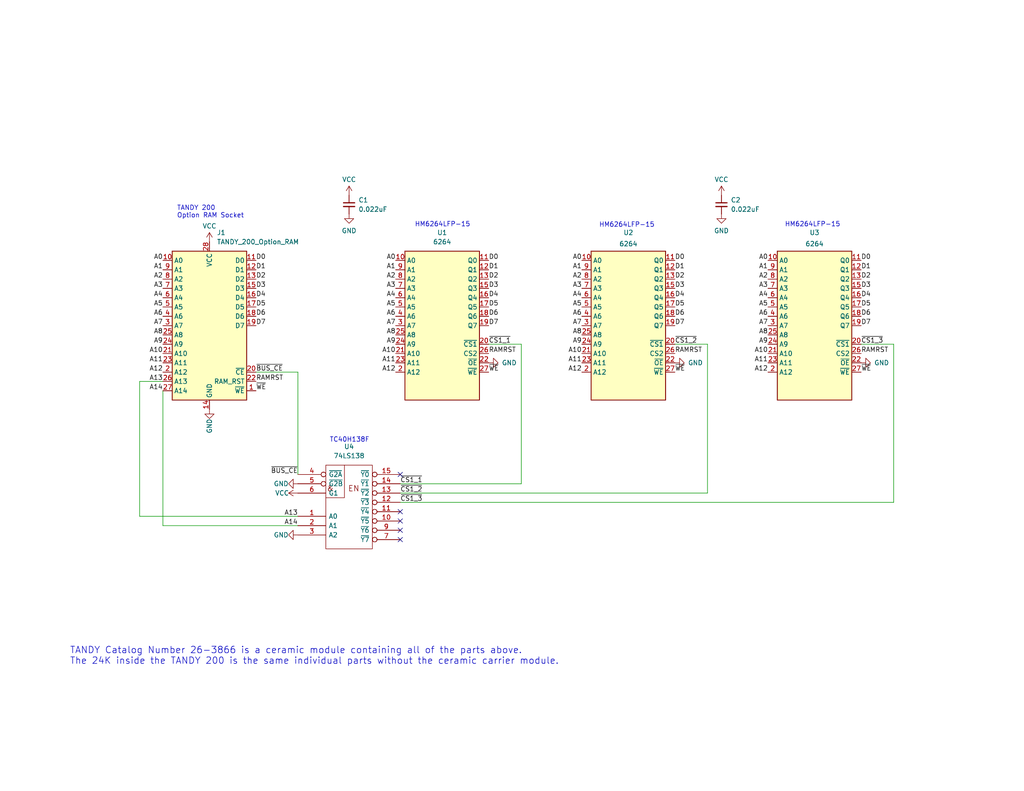
<source format=kicad_sch>
(kicad_sch (version 20211123) (generator eeschema)
  (paper "USLetter")
  (title_block (title "TANDY 26-3866 - 24K SRAM for TANDY 200") (date "2022-09-15") (rev "001") (company "b.kenyon.w@gmail.com") (comment 1 "Redrawn from TANDY 200 26-3860 Service Manual, Figure 7-3"))
  (lib_symbols
    (symbol "000_LOCAL:6264"
      (property "Reference" "U" (at -10.16 20.955 0))
      (property "Value" "6264" (at 2.54 20.955 0))
      (symbol "6264_0_0"
        (pin power_in line (at 0 -20.32 90) (length 0) hide (name "GND") (number "14"))
        (pin power_in line (at 0 20.32 270) (length 0) hide (name "VCC") (number "28"))
      )
      (symbol "6264_0_1"
        (rectangle (start -10.16 20.32) (end 10.16 -20.32) (stroke (width 0.254)) (fill (type background)))
      )
      (symbol "6264_1_1"
        (pin no_connect non_logic (at -10.16 -15.24 0) (length 0) hide (name "NC") (number "1"))
        (pin input line (at -12.7 17.78 0) (length 2.54) (name "A0") (number "10"))
        (pin tri_state line (at 12.7 17.78 180) (length 2.54) (name "Q0") (number "11"))
        (pin tri_state line (at 12.7 15.24 180) (length 2.54) (name "Q1") (number "12"))
        (pin tri_state line (at 12.7 12.7 180) (length 2.54) (name "Q2") (number "13"))
        (pin tri_state line (at 12.7 10.16 180) (length 2.54) (name "Q3") (number "15"))
        (pin tri_state line (at 12.7 7.62 180) (length 2.54) (name "Q4") (number "16"))
        (pin tri_state line (at 12.7 5.08 180) (length 2.54) (name "Q5") (number "17"))
        (pin tri_state line (at 12.7 2.54 180) (length 2.54) (name "Q6") (number "18"))
        (pin tri_state line (at 12.7 0 180) (length 2.54) (name "Q7") (number "19"))
        (pin input line (at -12.7 -12.7 0) (length 2.54) (name "A12") (number "2"))
        (pin input line (at 12.7 -5.08 180) (length 2.54) (name "~{CS1}") (number "20"))
        (pin input line (at -12.7 -7.62 0) (length 2.54) (name "A10") (number "21"))
        (pin input line (at 12.7 -10.16 180) (length 2.54) (name "~{OE}") (number "22"))
        (pin input line (at -12.7 -10.16 0) (length 2.54) (name "A11") (number "23"))
        (pin input line (at -12.7 -5.08 0) (length 2.54) (name "A9") (number "24"))
        (pin input line (at -12.7 -2.54 0) (length 2.54) (name "A8") (number "25"))
        (pin input line (at 12.7 -7.62 180) (length 2.54) (name "CS2") (number "26"))
        (pin input line (at 12.7 -12.7 180) (length 2.54) (name "~{WE}") (number "27"))
        (pin input line (at -12.7 0 0) (length 2.54) (name "A7") (number "3"))
        (pin input line (at -12.7 2.54 0) (length 2.54) (name "A6") (number "4"))
        (pin input line (at -12.7 5.08 0) (length 2.54) (name "A5") (number "5"))
        (pin input line (at -12.7 7.62 0) (length 2.54) (name "A4") (number "6"))
        (pin input line (at -12.7 10.16 0) (length 2.54) (name "A3") (number "7"))
        (pin input line (at -12.7 12.7 0) (length 2.54) (name "A2") (number "8"))
        (pin input line (at -12.7 15.24 0) (length 2.54) (name "A1") (number "9"))
      )
    )
    (symbol "000_LOCAL:74LS138" (pin_names (offset 0.762))
      (property "Reference" "U" (at 3.81 8.89 0))
      (property "Value" "74LS138" (at 8.89 -16.51 0))
      (symbol "74LS138_0_0"
        (polyline (pts (xy -1.27 7.62) (xy -1.27 -1.27) (xy -6.35 -1.27) (xy -6.35 -1.27)))
        (text "&" (at -5.08 1.27 0) (effects (font (size 1.524 1.524))))
        (text "EN" (at 1.27 1.27 0) (effects (font (size 1.524 1.524))))
        (pin power_in line (at 0 7.62 270) (length 0) hide (name "VCC") (number "16"))
      )
      (symbol "74LS138_0_1"
        (rectangle (start -6.35 7.62) (end 6.35 -15.24))
      )
      (symbol "74LS138_1_1"
        (pin input line (at -13.97 -6.35 0) (length 7.62) (name "A0") (number "1"))
        (pin output inverted (at 13.97 -7.62 180) (length 7.62) (name "~{Y5}") (number "10"))
        (pin output inverted (at 13.97 -5.08 180) (length 7.62) (name "~{Y4}") (number "11"))
        (pin output inverted (at 13.97 -2.54 180) (length 7.62) (name "~{Y3}") (number "12"))
        (pin output inverted (at 13.97 0 180) (length 7.62) (name "~{Y2}") (number "13"))
        (pin output inverted (at 13.97 2.54 180) (length 7.62) (name "~{Y1}") (number "14"))
        (pin output inverted (at 13.97 5.08 180) (length 7.62) (name "~{Y0}") (number "15"))
        (pin input line (at -13.97 -8.89 0) (length 7.62) (name "A1") (number "2"))
        (pin input line (at -13.97 -11.43 0) (length 7.62) (name "A2") (number "3"))
        (pin input inverted (at -13.97 5.08 0) (length 7.62) (name "~{G2A}") (number "4"))
        (pin input inverted (at -13.97 2.54 0) (length 7.62) (name "~{G2B}") (number "5"))
        (pin input line (at -13.97 0 0) (length 7.62) (name "G1") (number "6"))
        (pin output inverted (at 13.97 -12.7 180) (length 7.62) (name "~{Y7}") (number "7"))
        (pin power_in line (at 0 -15.24 90) (length 0) hide (name "GND") (number "8"))
        (pin output inverted (at 13.97 -10.16 180) (length 7.62) (name "~{Y6}") (number "9"))
      )
    )
    (symbol "000_LOCAL:C" (pin_numbers hide) (pin_names (offset 0.254) hide)
      (property "Reference" "C" (at 0.254 1.778 0))
      (property "Value" "C" (at 0.254 -2.032 0))
      (symbol "C_0_1"
        (polyline (pts (xy -1.524 -0.508) (xy 1.524 -0.508)) (stroke (width 0.3302)))
        (polyline (pts (xy -1.524 0.508) (xy 1.524 0.508)) (stroke (width 0.3048)))
      )
      (symbol "C_1_1"
        (pin passive line (at 0 2.54 270) (length 2.032) (name "~") (number "1"))
        (pin passive line (at 0 -2.54 90) (length 2.032) (name "~") (number "2"))
      )
    )
    (symbol "000_LOCAL:GND" (power) (pin_names (offset 0))
      (property "Value" "GND" (at 0 -3.81 0))
      (symbol "GND_0_1"
        (polyline (pts (xy 0 0) (xy 0 -1.27) (xy 1.27 -1.27) (xy 0 -2.54) (xy -1.27 -1.27) (xy 0 -1.27)))
      )
      (symbol "GND_1_1"
        (pin power_in line (at 0 0 270) (length 0) hide (name "GND") (number "1"))
      )
    )
    (symbol "000_LOCAL:TANDY_200_Option_RAM"
      (property "Reference" "U" (at -10.16 20.955 0))
      (property "Value" "TANDY_200_Option_RAM" (at 2.54 20.955 0))
      (symbol "TANDY_200_Option_RAM_0_0"
        (pin power_in line (at 0 22.86 270) (length 2.54) (name "VCC") (number "28"))
      )
      (symbol "TANDY_200_Option_RAM_0_1"
        (rectangle (start -10.16 20.32) (end 10.16 -20.32) (stroke (width 0.254)) (fill (type background)))
      )
      (symbol "TANDY_200_Option_RAM_1_1"
        (pin input line (at 12.7 -17.78 180) (length 2.54) (name "~{WE}") (number "1"))
        (pin input line (at -12.7 17.78 0) (length 2.54) (name "A0") (number "10"))
        (pin tri_state line (at 12.7 17.78 180) (length 2.54) (name "D0") (number "11"))
        (pin tri_state line (at 12.7 15.24 180) (length 2.54) (name "D1") (number "12"))
        (pin tri_state line (at 12.7 12.7 180) (length 2.54) (name "D2") (number "13"))
        (pin power_in line (at 0 -22.86 90) (length 2.54) (name "GND") (number "14"))
        (pin tri_state line (at 12.7 10.16 180) (length 2.54) (name "D3") (number "15"))
        (pin tri_state line (at 12.7 7.62 180) (length 2.54) (name "D4") (number "16"))
        (pin tri_state line (at 12.7 5.08 180) (length 2.54) (name "D5") (number "17"))
        (pin tri_state line (at 12.7 2.54 180) (length 2.54) (name "D6") (number "18"))
        (pin tri_state line (at 12.7 0 180) (length 2.54) (name "D7") (number "19"))
        (pin input line (at -12.7 -12.7 0) (length 2.54) (name "A12") (number "2"))
        (pin input line (at 12.7 -12.7 180) (length 2.54) (name "~{CE}") (number "20"))
        (pin input line (at -12.7 -7.62 0) (length 2.54) (name "A10") (number "21"))
        (pin input line (at 12.7 -15.24 180) (length 2.54) (name "RAM_RST") (number "22"))
        (pin input line (at -12.7 -10.16 0) (length 2.54) (name "A11") (number "23"))
        (pin input line (at -12.7 -5.08 0) (length 2.54) (name "A9") (number "24"))
        (pin input line (at -12.7 -2.54 0) (length 2.54) (name "A8") (number "25"))
        (pin input line (at -12.7 -15.24 0) (length 2.54) (name "A13") (number "26"))
        (pin input line (at -12.7 -17.78 0) (length 2.54) (name "A14") (number "27"))
        (pin input line (at -12.7 0 0) (length 2.54) (name "A7") (number "3"))
        (pin input line (at -12.7 2.54 0) (length 2.54) (name "A6") (number "4"))
        (pin input line (at -12.7 5.08 0) (length 2.54) (name "A5") (number "5"))
        (pin input line (at -12.7 7.62 0) (length 2.54) (name "A4") (number "6"))
        (pin input line (at -12.7 10.16 0) (length 2.54) (name "A3") (number "7"))
        (pin input line (at -12.7 12.7 0) (length 2.54) (name "A2") (number "8"))
        (pin input line (at -12.7 15.24 0) (length 2.54) (name "A1") (number "9"))
      )
    )
    (symbol "power:GND" (power) (pin_names (offset 0))
      (property "Value" "GND" (at 0 -3.81 0))
      (symbol "GND_0_1"
        (polyline (pts (xy 0 0) (xy 0 -1.27) (xy 1.27 -1.27) (xy 0 -2.54) (xy -1.27 -1.27) (xy 0 -1.27)))
      )
      (symbol "GND_1_1"
        (pin power_in line (at 0 0 270) (length 0) hide (name "GND") (number "1"))
      )
    )
    (symbol "power:VCC" (power) (pin_names (offset 0))
      (property "Value" "VCC" (at 0 3.81 0))
      (symbol "VCC_0_1"
        (polyline (pts (xy -0.762 1.27) (xy 0 2.54)))
        (polyline (pts (xy 0 0) (xy 0 2.54)))
        (polyline (pts (xy 0 2.54) (xy 0.762 1.27)))
      )
      (symbol "VCC_1_1"
        (pin power_in line (at 0 0 90) (length 0) hide (name "VCC") (number "1"))
      )
    )
  )
  (no_connect (at 109.22 142.24))
  (no_connect (at 109.22 144.78))
  (no_connect (at 109.22 147.32))
  (no_connect (at 109.22 129.54))
  (no_connect (at 109.22 139.7))
  (wire (pts (xy 142.24 93.98) (xy 133.35 93.98)))
  (wire (pts (xy 38.1 104.14) (xy 38.1 140.97)))
  (wire (pts (xy 243.84 137.16) (xy 109.22 137.16)))
  (wire (pts (xy 142.24 132.08) (xy 109.22 132.08)))
  (wire (pts (xy 193.04 93.98) (xy 193.04 134.62)))
  (wire (pts (xy 193.04 93.98) (xy 184.15 93.98)))
  (wire (pts (xy 81.28 101.6) (xy 69.85 101.6)))
  (wire (pts (xy 142.24 93.98) (xy 142.24 132.08)))
  (wire (pts (xy 243.84 93.98) (xy 243.84 137.16)))
  (wire (pts (xy 38.1 104.14) (xy 44.45 104.14)))
  (wire (pts (xy 81.28 101.6) (xy 81.28 129.54)))
  (wire (pts (xy 193.04 134.62) (xy 109.22 134.62)))
  (wire (pts (xy 44.45 143.51) (xy 81.28 143.51)))
  (wire (pts (xy 38.1 140.97) (xy 81.28 140.97)))
  (wire (pts (xy 243.84 93.98) (xy 234.95 93.98)))
  (wire (pts (xy 44.45 106.68) (xy 44.45 143.51)))
  (text "TC40H138F" (at 89.916 120.904 0) (effects (font (size 1.27 1.27)) (justify left bottom)))
  (text "TANDY Catalog Number 26-3866 is a ceramic module containing all of the parts above.\nThe 24K inside the TANDY 200 is the same individual parts without the ceramic carrier module." (at 19.05 181.61 0) (effects (font (size 1.8 1.8)) (justify left bottom)))
  (text "HM6264LFP-15" (at 113.157 62.103 0) (effects (font (size 1.27 1.27)) (justify left bottom)))
  (text "TANDY 200\nOption RAM Socket" (at 48.26 59.69 0) (effects (font (size 1.27 1.27)) (justify left bottom)))
  (text "HM6264LFP-15" (at 214.122 62.103 0) (effects (font (size 1.27 1.27)) (justify left bottom)))
  (text "HM6264LFP-15" (at 163.449 62.23 0) (effects (font (size 1.27 1.27)) (justify left bottom)))
  (label "A9" (at 107.95 93.98 180))
  (label "A1" (at 44.45 73.66 180))
  (label "D6" (at 234.95 86.36 0))
  (label "A0" (at 107.95 71.12 180))
  (label "A8" (at 158.75 91.44 180))
  (label "A6" (at 158.75 86.36 180))
  (label "A4" (at 209.55 81.28 180))
  (label "A12" (at 158.75 101.6 180))
  (label "A6" (at 209.55 86.36 180))
  (label "RAMRST" (at 234.95 96.52 0))
  (label "A9" (at 44.45 93.98 180))
  (label "A4" (at 44.45 81.28 180))
  (label "A5" (at 158.75 83.82 180))
  (label "A12" (at 107.95 101.6 180))
  (label "D3" (at 133.35 78.74 0))
  (label "A4" (at 158.75 81.28 180))
  (label "D6" (at 69.85 86.36 0))
  (label "A3" (at 107.95 78.74 180))
  (label "D6" (at 133.35 86.36 0))
  (label "A4" (at 107.95 81.28 180))
  (label "A1" (at 107.95 73.66 180))
  (label "A7" (at 44.45 88.9 180))
  (label "D3" (at 69.85 78.74 0))
  (label "D2" (at 69.85 76.2 0))
  (label "A0" (at 44.45 71.12 180))
  (label "A13" (at 81.28 140.97 180))
  (label "A3" (at 44.45 78.74 180))
  (label "~{WE}" (at 234.95 101.6 0))
  (label "A1" (at 209.55 73.66 180))
  (label "A12" (at 44.45 101.6 180))
  (label "A8" (at 209.55 91.44 180))
  (label "A10" (at 107.95 96.52 180))
  (label "D3" (at 184.15 78.74 0))
  (label "A0" (at 209.55 71.12 180))
  (label "A2" (at 209.55 76.2 180))
  (label "~{CS1_3}" (at 234.95 93.98 0))
  (label "D0" (at 234.95 71.12 0))
  (label "D4" (at 184.15 81.28 0))
  (label "RAMRST" (at 69.85 104.14 0))
  (label "D4" (at 69.85 81.28 0))
  (label "~{WE}" (at 184.15 101.6 0))
  (label "A13" (at 44.45 104.14 180))
  (label "A3" (at 209.55 78.74 180))
  (label "A9" (at 209.55 93.98 180))
  (label "A2" (at 158.75 76.2 180))
  (label "D7" (at 184.15 88.9 0))
  (label "D7" (at 133.35 88.9 0))
  (label "D2" (at 234.95 76.2 0))
  (label "~{CS1_1}" (at 109.22 132.08 0))
  (label "D5" (at 234.95 83.82 0))
  (label "A7" (at 209.55 88.9 180))
  (label "A0" (at 158.75 71.12 180))
  (label "D1" (at 184.15 73.66 0))
  (label "~{CS1_1}" (at 133.35 93.98 0))
  (label "D1" (at 234.95 73.66 0))
  (label "A12" (at 209.55 101.6 180))
  (label "RAMRST" (at 184.15 96.52 0))
  (label "A8" (at 44.45 91.44 180))
  (label "RAMRST" (at 133.35 96.52 0))
  (label "D2" (at 184.15 76.2 0))
  (label "A10" (at 44.45 96.52 180))
  (label "D5" (at 184.15 83.82 0))
  (label "A10" (at 209.55 96.52 180))
  (label "A10" (at 158.75 96.52 180))
  (label "~{BUS_CE}" (at 69.85 101.6 0))
  (label "A11" (at 209.55 99.06 180))
  (label "A7" (at 158.75 88.9 180))
  (label "A9" (at 158.75 93.98 180))
  (label "~{BUS_CE}" (at 81.28 129.54 180))
  (label "A1" (at 158.75 73.66 180))
  (label "~{WE}" (at 133.35 101.6 0))
  (label "A11" (at 158.75 99.06 180))
  (label "A5" (at 44.45 83.82 180))
  (label "D0" (at 184.15 71.12 0))
  (label "D7" (at 234.95 88.9 0))
  (label "D7" (at 69.85 88.9 0))
  (label "D1" (at 133.35 73.66 0))
  (label "A14" (at 44.45 106.68 180))
  (label "A11" (at 107.95 99.06 180))
  (label "A7" (at 107.95 88.9 180))
  (label "D1" (at 69.85 73.66 0))
  (label "D6" (at 184.15 86.36 0))
  (label "~{CS1_2}" (at 109.22 134.62 0))
  (label "A5" (at 209.55 83.82 180))
  (label "D2" (at 133.35 76.2 0))
  (label "A6" (at 107.95 86.36 180))
  (label "D3" (at 234.95 78.74 0))
  (label "D4" (at 234.95 81.28 0))
  (label "A11" (at 44.45 99.06 180))
  (label "A5" (at 107.95 83.82 180))
  (label "A3" (at 158.75 78.74 180))
  (label "D0" (at 69.85 71.12 0))
  (label "~{CS1_2}" (at 184.15 93.98 0))
  (label "~{WE}" (at 69.85 106.68 0))
  (label "A2" (at 107.95 76.2 180))
  (label "A8" (at 107.95 91.44 180))
  (label "~{CS1_3}" (at 109.22 137.16 0))
  (label "A6" (at 44.45 86.36 180))
  (label "A2" (at 44.45 76.2 180))
  (label "D5" (at 69.85 83.82 0))
  (label "A14" (at 81.28 143.51 180))
  (label "D5" (at 133.35 83.82 0))
  (label "D4" (at 133.35 81.28 0))
  (label "D0" (at 133.35 71.12 0))
  (symbol (lib_id "power:VCC") (at 57.15 66.04 0) (unit 1)
    (property "Reference" "#PWR0104" (effects hide))
    (property "Value" "VCC" (at 57.15 61.722 0))
  )
  (symbol (lib_id "power:GND") (at 57.15 111.76 0) (unit 1)
    (property "Reference" "#PWR0108" (effects hide))
    (property "Value" "GND" (at 57.15 116.332 90))
  )
  (symbol (lib_id "000_LOCAL:6264") (at 120.65 88.9 0) (unit 1)
    (property "Reference" "U1" (at 120.65 63.5 0))
    (property "Value" "6264" (at 120.65 66.04 0))
    (property "Footprint" "000_LOCAL:SOP-28" (effects hide))
    (property "Datasheet" "https://www.mouser.com/datasheet/2/12/Alliance_Memory_64K_AS6C6264v2_0July2017-1144693.pdf" (effects hide))
  )
  (symbol (lib_id "000_LOCAL:TANDY_200_Option_RAM") (at 57.15 88.9 0) (unit 1)
    (property "Reference" "J1" (at 59.1694 63.5 0) (effects (justify left)))
    (property "Value" "TANDY_200_Option_RAM" (at 59.1694 66.04 0) (effects (justify left)))
    (property "Footprint" "000_LOCAL:KEL ICC05-028-360TP PCB" (effects hide))
  )
  (symbol (lib_id "000_LOCAL:GND") (at 234.95 99.06 90) (unit 1)
    (property "Reference" "#PWR?" (effects hide))
    (property "Value" "GND" (at 238.506 99.0599 90) (effects (justify right)))
  )
  (symbol (lib_id "power:VCC") (at 196.85 53.34 0) (unit 1)
    (property "Reference" "#PWR0106" (effects hide))
    (property "Value" "VCC" (at 196.85 49.022 0))
  )
  (symbol (lib_id "power:GND") (at 81.28 146.05 270) (unit 1)
    (property "Reference" "#PWR?" (effects hide))
    (property "Value" "GND" (at 76.708 146.05 90))
  )
  (symbol (lib_id "power:VCC") (at 81.28 134.62 90) (unit 1)
    (property "Reference" "#PWR?" (effects hide))
    (property "Value" "VCC" (at 76.962 134.62 90))
  )
  (symbol (lib_id "power:GND") (at 196.85 58.42 0) (unit 1)
    (property "Reference" "#PWR0105" (effects hide))
    (property "Value" "GND" (at 196.85 62.992 0))
  )
  (symbol (lib_id "000_LOCAL:C") (at 196.85 55.88 0) (unit 1)
    (property "Reference" "C2" (at 199.39 54.6162 0) (effects (justify left)))
    (property "Value" "0.022uF" (at 199.39 57.1562 0) (effects (justify left)))
    (property "Footprint" "000_LOCAL:C_0805" (effects hide))
  )
  (symbol (lib_id "000_LOCAL:GND") (at 184.15 99.06 90) (unit 1)
    (property "Reference" "#PWR?" (effects hide))
    (property "Value" "GND" (at 187.706 99.0599 90) (effects (justify right)))
  )
  (symbol (lib_id "000_LOCAL:6264") (at 222.25 88.9 0) (unit 1)
    (property "Reference" "U3" (at 222.25 63.5 0))
    (property "Value" "6264" (at 222.25 67.31 0) (effects (justify bottom)))
    (property "Footprint" "000_LOCAL:SOP-28" (effects hide))
    (property "Datasheet" "https://www.mouser.com/datasheet/2/12/Alliance_Memory_64K_AS6C6264v2_0July2017-1144693.pdf" (effects hide))
  )
  (symbol (lib_id "power:GND") (at 81.28 132.08 270) (unit 1)
    (property "Reference" "#PWR?" (effects hide))
    (property "Value" "GND" (at 76.708 132.08 90))
  )
  (symbol (lib_id "000_LOCAL:6264") (at 171.45 88.9 0) (unit 1)
    (property "Reference" "U2" (at 171.45 63.5 0))
    (property "Value" "6264" (at 171.45 67.31 0) (effects (justify bottom)))
    (property "Footprint" "000_LOCAL:SOP-28" (effects hide))
    (property "Datasheet" "https://www.mouser.com/datasheet/2/12/Alliance_Memory_64K_AS6C6264v2_0July2017-1144693.pdf" (effects hide))
  )
  (symbol (lib_id "000_LOCAL:C") (at 95.25 55.88 0) (unit 1)
    (property "Reference" "C1" (at 97.79 54.6162 0) (effects (justify left)))
    (property "Value" "0.022uF" (at 97.79 57.1562 0) (effects (justify left)))
    (property "Footprint" "000_LOCAL:C_0805" (effects hide))
  )
  (symbol (lib_id "000_LOCAL:GND") (at 133.35 99.06 90) (unit 1)
    (property "Reference" "#PWR?" (effects hide))
    (property "Value" "GND" (at 136.906 99.0599 90) (effects (justify right)))
  )
  (symbol (lib_id "000_LOCAL:74LS138") (at 95.25 134.62 0) (unit 1)
    (property "Reference" "U4" (at 95.25 121.92 0))
    (property "Value" "74LS138" (at 95.25 124.46 0))
  )
  (symbol (lib_id "power:GND") (at 95.25 58.42 0) (unit 1)
    (property "Reference" "#PWR?" (effects hide))
    (property "Value" "GND" (at 95.25 62.992 0))
  )
  (symbol (lib_id "power:VCC") (at 95.25 53.34 0) (unit 1)
    (property "Reference" "#PWR?" (effects hide))
    (property "Value" "VCC" (at 95.25 49.022 0))
  )
)
</source>
